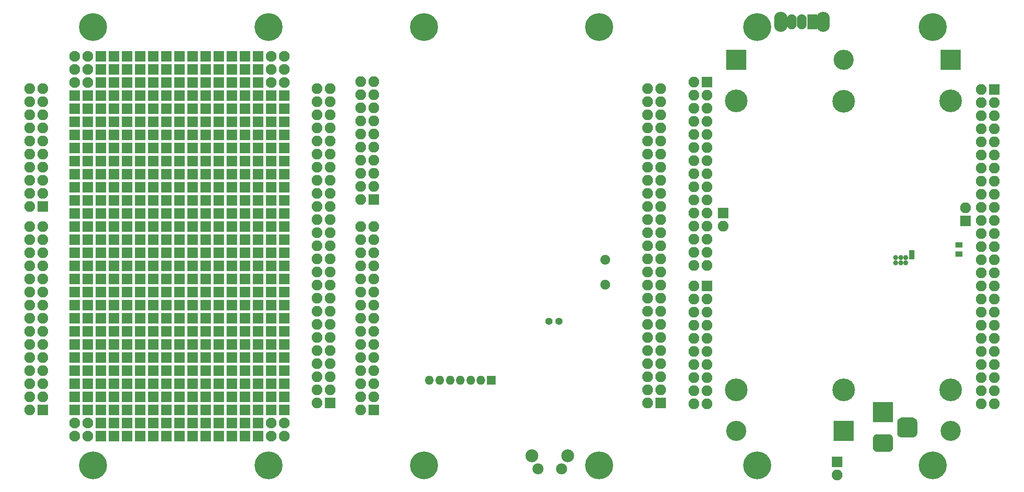
<source format=gbr>
%TF.GenerationSoftware,KiCad,Pcbnew,no-vcs-found-c6d0075~61~ubuntu17.10.1*%
%TF.CreationDate,2018-02-07T09:42:23+01:00*%
%TF.ProjectId,noname,6E6F6E616D652E6B696361645F706362,rev?*%
%TF.SameCoordinates,Original*%
%TF.FileFunction,Soldermask,Bot*%
%TF.FilePolarity,Negative*%
%FSLAX46Y46*%
G04 Gerber Fmt 4.6, Leading zero omitted, Abs format (unit mm)*
G04 Created by KiCad (PCBNEW no-vcs-found-c6d0075~61~ubuntu17.10.1) date Wed Feb  7 09:42:23 2018*
%MOMM*%
%LPD*%
G01*
G04 APERTURE LIST*
%ADD10R,1.050000X0.975000*%
%ADD11R,2.100000X2.100000*%
%ADD12O,2.100000X2.100000*%
%ADD13R,1.900000X2.900000*%
%ADD14O,1.900000X2.900000*%
%ADD15O,2.600000X3.900000*%
%ADD16C,4.400000*%
%ADD17R,3.900000X3.900000*%
%ADD18C,3.900000*%
%ADD19C,5.400000*%
%ADD20C,1.000000*%
%ADD21C,0.100000*%
%ADD22C,3.400000*%
%ADD23R,1.400000X1.070000*%
%ADD24O,1.750000X1.750000*%
%ADD25R,1.750000X1.750000*%
%ADD26C,2.500000*%
%ADD27C,2.150000*%
%ADD28C,1.400000*%
%ADD29C,1.900000*%
%ADD30C,2.100000*%
G04 APERTURE END LIST*
D10*
%TO.C,J11*%
X227253384Y-60258266D03*
X227253384Y-59483266D03*
%TD*%
D11*
%TO.C,J10*%
X190677384Y-51742766D03*
D12*
X190677384Y-54282766D03*
%TD*%
%TO.C,J9*%
X237667384Y-50726766D03*
D11*
X237667384Y-53266766D03*
%TD*%
%TO.C,J8*%
X212775384Y-100002766D03*
D12*
X212775384Y-102542766D03*
%TD*%
D13*
%TO.C,SW1*%
X207949384Y-14658766D03*
D14*
X205949384Y-14658766D03*
X203949384Y-14658766D03*
D15*
X210049384Y-14658766D03*
X201849384Y-14658766D03*
%TD*%
D16*
%TO.C,BT1*%
X193207142Y-86038622D03*
X193207142Y-30038622D03*
D17*
X193207142Y-22038622D03*
D18*
X193207142Y-94038622D03*
%TD*%
D19*
%TO.C,J7*%
X197281384Y-15674766D03*
X231281384Y-15674766D03*
X231281384Y-100674766D03*
X197281384Y-100674766D03*
D12*
X184991384Y-88734766D03*
X187531384Y-88734766D03*
X184991384Y-86194766D03*
X187531384Y-86194766D03*
X184991384Y-83654766D03*
X187531384Y-83654766D03*
X184991384Y-81114766D03*
X187531384Y-81114766D03*
X184991384Y-78574766D03*
X187531384Y-78574766D03*
X184991384Y-76034766D03*
X187531384Y-76034766D03*
X184991384Y-73494766D03*
X187531384Y-73494766D03*
X184991384Y-70954766D03*
X187531384Y-70954766D03*
X184991384Y-68414766D03*
X187531384Y-68414766D03*
X184991384Y-65874766D03*
D11*
X187531384Y-65874766D03*
D12*
X184991384Y-61934766D03*
X187531384Y-61934766D03*
X184991384Y-59394766D03*
X187531384Y-59394766D03*
X184991384Y-56854766D03*
X187531384Y-56854766D03*
X184991384Y-54314766D03*
X187531384Y-54314766D03*
X184991384Y-51774766D03*
X187531384Y-51774766D03*
X184991384Y-49234766D03*
X187531384Y-49234766D03*
X184991384Y-46694766D03*
X187531384Y-46694766D03*
X184991384Y-44154766D03*
X187531384Y-44154766D03*
X184991384Y-41614766D03*
X187531384Y-41614766D03*
X184991384Y-39074766D03*
X187531384Y-39074766D03*
X184991384Y-36534766D03*
X187531384Y-36534766D03*
X184991384Y-33994766D03*
X187531384Y-33994766D03*
X184991384Y-31454766D03*
X187531384Y-31454766D03*
X184991384Y-28914766D03*
X187531384Y-28914766D03*
X184991384Y-26374766D03*
D11*
X187531384Y-26374766D03*
D12*
X240691384Y-88734766D03*
X243231384Y-88734766D03*
X240691384Y-86194766D03*
X243231384Y-86194766D03*
X240691384Y-83654766D03*
X243231384Y-83654766D03*
X240691384Y-81114766D03*
X243231384Y-81114766D03*
X240691384Y-78574766D03*
X243231384Y-78574766D03*
X240691384Y-76034766D03*
X243231384Y-76034766D03*
X240691384Y-73494766D03*
X243231384Y-73494766D03*
X240691384Y-70954766D03*
X243231384Y-70954766D03*
X240691384Y-68414766D03*
X243231384Y-68414766D03*
X240691384Y-65874766D03*
X243231384Y-65874766D03*
X240691384Y-63334766D03*
X243231384Y-63334766D03*
X240691384Y-60794766D03*
X243231384Y-60794766D03*
X240691384Y-58254766D03*
X243231384Y-58254766D03*
X240691384Y-55714766D03*
X243231384Y-55714766D03*
X240691384Y-53174766D03*
X243231384Y-53174766D03*
X240691384Y-50634766D03*
X243231384Y-50634766D03*
X240691384Y-48094766D03*
X243231384Y-48094766D03*
X240691384Y-45554766D03*
X243231384Y-45554766D03*
X240691384Y-43014766D03*
X243231384Y-43014766D03*
X240691384Y-40474766D03*
X243231384Y-40474766D03*
X240691384Y-37934766D03*
X243231384Y-37934766D03*
X240691384Y-35394766D03*
X243231384Y-35394766D03*
X240691384Y-32854766D03*
X243231384Y-32854766D03*
X240691384Y-30314766D03*
X243231384Y-30314766D03*
X240691384Y-27774766D03*
D11*
X243231384Y-27774766D03*
%TD*%
D20*
%TO.C,U1*%
X224094384Y-61386766D03*
X225094384Y-61386766D03*
X226094384Y-61386766D03*
X226094384Y-60386766D03*
X225094384Y-60386766D03*
X224094384Y-60386766D03*
%TD*%
D16*
%TO.C,BT3*%
X234792143Y-86038622D03*
X234792143Y-30038622D03*
D17*
X234792143Y-22038622D03*
D18*
X234792143Y-94038622D03*
%TD*%
D16*
%TO.C,BT2*%
X214035142Y-30051621D03*
X214035142Y-86051621D03*
D17*
X214035142Y-94051621D03*
D18*
X214035142Y-22051621D03*
%TD*%
D17*
%TO.C,J1*%
X221665384Y-90350766D03*
D21*
G36*
X222848699Y-94654859D02*
X222931211Y-94667099D01*
X223012126Y-94687367D01*
X223090665Y-94715468D01*
X223166071Y-94751133D01*
X223237619Y-94794017D01*
X223304618Y-94843707D01*
X223366425Y-94899725D01*
X223422443Y-94961532D01*
X223472133Y-95028531D01*
X223515017Y-95100079D01*
X223550682Y-95175485D01*
X223578783Y-95254024D01*
X223599051Y-95334939D01*
X223611291Y-95417451D01*
X223615384Y-95500766D01*
X223615384Y-97200766D01*
X223611291Y-97284081D01*
X223599051Y-97366593D01*
X223578783Y-97447508D01*
X223550682Y-97526047D01*
X223515017Y-97601453D01*
X223472133Y-97673001D01*
X223422443Y-97740000D01*
X223366425Y-97801807D01*
X223304618Y-97857825D01*
X223237619Y-97907515D01*
X223166071Y-97950399D01*
X223090665Y-97986064D01*
X223012126Y-98014165D01*
X222931211Y-98034433D01*
X222848699Y-98046673D01*
X222765384Y-98050766D01*
X220565384Y-98050766D01*
X220482069Y-98046673D01*
X220399557Y-98034433D01*
X220318642Y-98014165D01*
X220240103Y-97986064D01*
X220164697Y-97950399D01*
X220093149Y-97907515D01*
X220026150Y-97857825D01*
X219964343Y-97801807D01*
X219908325Y-97740000D01*
X219858635Y-97673001D01*
X219815751Y-97601453D01*
X219780086Y-97526047D01*
X219751985Y-97447508D01*
X219731717Y-97366593D01*
X219719477Y-97284081D01*
X219715384Y-97200766D01*
X219715384Y-95500766D01*
X219719477Y-95417451D01*
X219731717Y-95334939D01*
X219751985Y-95254024D01*
X219780086Y-95175485D01*
X219815751Y-95100079D01*
X219858635Y-95028531D01*
X219908325Y-94961532D01*
X219964343Y-94899725D01*
X220026150Y-94843707D01*
X220093149Y-94794017D01*
X220164697Y-94751133D01*
X220240103Y-94715468D01*
X220318642Y-94687367D01*
X220399557Y-94667099D01*
X220482069Y-94654859D01*
X220565384Y-94650766D01*
X222765384Y-94650766D01*
X222848699Y-94654859D01*
X222848699Y-94654859D01*
G37*
D22*
X221665384Y-96350766D03*
D21*
G36*
X227435951Y-91405461D02*
X227530597Y-91419500D01*
X227623412Y-91442749D01*
X227713500Y-91474983D01*
X227799996Y-91515893D01*
X227882065Y-91565083D01*
X227958917Y-91622081D01*
X228029813Y-91686337D01*
X228094069Y-91757233D01*
X228151067Y-91834085D01*
X228200257Y-91916154D01*
X228241167Y-92002650D01*
X228273401Y-92092738D01*
X228296650Y-92185553D01*
X228310689Y-92280199D01*
X228315384Y-92375766D01*
X228315384Y-94325766D01*
X228310689Y-94421333D01*
X228296650Y-94515979D01*
X228273401Y-94608794D01*
X228241167Y-94698882D01*
X228200257Y-94785378D01*
X228151067Y-94867447D01*
X228094069Y-94944299D01*
X228029813Y-95015195D01*
X227958917Y-95079451D01*
X227882065Y-95136449D01*
X227799996Y-95185639D01*
X227713500Y-95226549D01*
X227623412Y-95258783D01*
X227530597Y-95282032D01*
X227435951Y-95296071D01*
X227340384Y-95300766D01*
X225390384Y-95300766D01*
X225294817Y-95296071D01*
X225200171Y-95282032D01*
X225107356Y-95258783D01*
X225017268Y-95226549D01*
X224930772Y-95185639D01*
X224848703Y-95136449D01*
X224771851Y-95079451D01*
X224700955Y-95015195D01*
X224636699Y-94944299D01*
X224579701Y-94867447D01*
X224530511Y-94785378D01*
X224489601Y-94698882D01*
X224457367Y-94608794D01*
X224434118Y-94515979D01*
X224420079Y-94421333D01*
X224415384Y-94325766D01*
X224415384Y-92375766D01*
X224420079Y-92280199D01*
X224434118Y-92185553D01*
X224457367Y-92092738D01*
X224489601Y-92002650D01*
X224530511Y-91916154D01*
X224579701Y-91834085D01*
X224636699Y-91757233D01*
X224700955Y-91686337D01*
X224771851Y-91622081D01*
X224848703Y-91565083D01*
X224930772Y-91515893D01*
X225017268Y-91474983D01*
X225107356Y-91442749D01*
X225200171Y-91419500D01*
X225294817Y-91405461D01*
X225390384Y-91400766D01*
X227340384Y-91400766D01*
X227435951Y-91405461D01*
X227435951Y-91405461D01*
G37*
D18*
X226365384Y-93350766D03*
%TD*%
D23*
%TO.C,TH1*%
X236397384Y-59729766D03*
X236397384Y-57979766D03*
%TD*%
D11*
%TO.C,J2*%
X178608384Y-88573234D03*
D12*
X176068384Y-88573234D03*
X178608384Y-86033234D03*
X176068384Y-86033234D03*
X178608384Y-83493234D03*
X176068384Y-83493234D03*
X178608384Y-80953234D03*
X176068384Y-80953234D03*
X178608384Y-78413234D03*
X176068384Y-78413234D03*
X178608384Y-75873234D03*
X176068384Y-75873234D03*
X178608384Y-73333234D03*
X176068384Y-73333234D03*
X178608384Y-70793234D03*
X176068384Y-70793234D03*
X178608384Y-68253234D03*
X176068384Y-68253234D03*
X178608384Y-65713234D03*
X176068384Y-65713234D03*
X178608384Y-63173234D03*
X176068384Y-63173234D03*
X178608384Y-60633234D03*
X176068384Y-60633234D03*
X178608384Y-58093234D03*
X176068384Y-58093234D03*
X178608384Y-55553234D03*
X176068384Y-55553234D03*
X178608384Y-53013234D03*
X176068384Y-53013234D03*
X178608384Y-50473234D03*
X176068384Y-50473234D03*
X178608384Y-47933234D03*
X176068384Y-47933234D03*
X178608384Y-45393234D03*
X176068384Y-45393234D03*
X178608384Y-42853234D03*
X176068384Y-42853234D03*
X178608384Y-40313234D03*
X176068384Y-40313234D03*
X178608384Y-37773234D03*
X176068384Y-37773234D03*
X178608384Y-35233234D03*
X176068384Y-35233234D03*
X178608384Y-32693234D03*
X176068384Y-32693234D03*
X178608384Y-30153234D03*
X176068384Y-30153234D03*
X178608384Y-27613234D03*
X176068384Y-27613234D03*
D11*
X122908384Y-89973234D03*
D12*
X120368384Y-89973234D03*
X122908384Y-87433234D03*
X120368384Y-87433234D03*
X122908384Y-84893234D03*
X120368384Y-84893234D03*
X122908384Y-82353234D03*
X120368384Y-82353234D03*
X122908384Y-79813234D03*
X120368384Y-79813234D03*
X122908384Y-77273234D03*
X120368384Y-77273234D03*
X122908384Y-74733234D03*
X120368384Y-74733234D03*
X122908384Y-72193234D03*
X120368384Y-72193234D03*
X122908384Y-69653234D03*
X120368384Y-69653234D03*
X122908384Y-67113234D03*
X120368384Y-67113234D03*
X122908384Y-64573234D03*
X120368384Y-64573234D03*
X122908384Y-62033234D03*
X120368384Y-62033234D03*
X122908384Y-59493234D03*
X120368384Y-59493234D03*
X122908384Y-56953234D03*
X120368384Y-56953234D03*
X122908384Y-54413234D03*
X120368384Y-54413234D03*
D11*
X122932923Y-49173009D03*
D12*
X120392923Y-49173009D03*
X122932923Y-46633009D03*
X120392923Y-46633009D03*
X122932923Y-44093009D03*
X120392923Y-44093009D03*
X122932923Y-41553009D03*
X120392923Y-41553009D03*
X122932923Y-39013009D03*
X120392923Y-39013009D03*
X122932923Y-36473009D03*
X120392923Y-36473009D03*
X122932923Y-33933009D03*
X120392923Y-33933009D03*
X122932923Y-31393009D03*
X120392923Y-31393009D03*
X122932923Y-28853009D03*
X120392923Y-28853009D03*
X122932923Y-26313009D03*
X120392923Y-26313009D03*
D19*
X132658384Y-15673234D03*
X166658384Y-15673234D03*
X166658384Y-100673234D03*
X132658384Y-100673234D03*
%TD*%
D24*
%TO.C,J1*%
X133725384Y-84208234D03*
X135725384Y-84208234D03*
X137725384Y-84208234D03*
X139725384Y-84208234D03*
X141725384Y-84208234D03*
X143725384Y-84208234D03*
D25*
X145725384Y-84208234D03*
%TD*%
D26*
%TO.C,SW1*%
X153554384Y-98863234D03*
D27*
X154814384Y-101353234D03*
X159314384Y-101353234D03*
D26*
X160564384Y-98863234D03*
%TD*%
D28*
%TO.C,Y1*%
X158801384Y-72778234D03*
X156901384Y-72778234D03*
%TD*%
D29*
%TO.C,Y2*%
X167823384Y-60786234D03*
X167823384Y-65666234D03*
%TD*%
D11*
%TO.C,J2*%
X92905384Y-23880234D03*
%TD*%
%TO.C,J101*%
X67505384Y-28960234D03*
%TD*%
%TO.C,J100*%
X67505384Y-31500234D03*
%TD*%
%TO.C,J99*%
X67505384Y-34040234D03*
%TD*%
%TO.C,J98*%
X67505384Y-36580234D03*
%TD*%
%TO.C,J97*%
X67505384Y-39120234D03*
%TD*%
%TO.C,J96*%
X67505384Y-41660234D03*
%TD*%
%TO.C,J95*%
X67505384Y-44200234D03*
%TD*%
%TO.C,J94*%
X67505384Y-46740234D03*
%TD*%
%TO.C,J93*%
X67505384Y-49280234D03*
%TD*%
%TO.C,J92*%
X67505384Y-51820234D03*
%TD*%
%TO.C,J91*%
X67505384Y-54360234D03*
%TD*%
%TO.C,J90*%
X67505384Y-56951615D03*
%TD*%
%TO.C,J89*%
X67505384Y-59440234D03*
%TD*%
%TO.C,J88*%
X67505384Y-61980234D03*
%TD*%
%TO.C,J87*%
X67505384Y-64520234D03*
%TD*%
%TO.C,J86*%
X67505384Y-67060234D03*
%TD*%
%TO.C,J85*%
X67505384Y-69600234D03*
%TD*%
%TO.C,J84*%
X67505384Y-72140234D03*
%TD*%
%TO.C,J83*%
X67505384Y-74680234D03*
%TD*%
%TO.C,J82*%
X67505384Y-77220234D03*
%TD*%
%TO.C,J79*%
X67505384Y-84840234D03*
%TD*%
%TO.C,J78*%
X67505384Y-87380234D03*
%TD*%
%TO.C,J77*%
X67505384Y-89920234D03*
%TD*%
%TO.C,J81*%
X67505384Y-79760234D03*
%TD*%
%TO.C,J80*%
X67505384Y-82300234D03*
%TD*%
%TO.C,J67*%
X64965384Y-77220234D03*
%TD*%
%TO.C,J76*%
X64965384Y-54360234D03*
%TD*%
%TO.C,J75*%
X64965384Y-56900234D03*
%TD*%
%TO.C,J74*%
X64965384Y-59440234D03*
%TD*%
%TO.C,J73*%
X64965384Y-61980234D03*
%TD*%
%TO.C,J72*%
X64965384Y-64520234D03*
%TD*%
%TO.C,J71*%
X64965384Y-67060234D03*
%TD*%
%TO.C,J70*%
X64965384Y-69600234D03*
%TD*%
%TO.C,J60*%
X64965384Y-34040234D03*
%TD*%
%TO.C,J68*%
X64965384Y-74680234D03*
%TD*%
%TO.C,J39*%
X105605384Y-61980234D03*
%TD*%
%TO.C,J66*%
X64965384Y-79760234D03*
%TD*%
%TO.C,J65*%
X64965384Y-82300234D03*
%TD*%
%TO.C,J64*%
X64965384Y-84840234D03*
%TD*%
%TO.C,J63*%
X64965384Y-87380234D03*
%TD*%
%TO.C,J62*%
X64965384Y-28960234D03*
%TD*%
%TO.C,J61*%
X64965384Y-31500234D03*
%TD*%
%TO.C,J69*%
X64965384Y-72140234D03*
%TD*%
%TO.C,J57*%
X64965384Y-41660234D03*
%TD*%
%TO.C,J58*%
X64965384Y-39120234D03*
%TD*%
%TO.C,J56*%
X64965384Y-44200234D03*
%TD*%
%TO.C,J55*%
X64965384Y-46740234D03*
%TD*%
%TO.C,J54*%
X64965384Y-49280234D03*
%TD*%
%TO.C,J53*%
X64965384Y-51820234D03*
%TD*%
%TO.C,J52*%
X105605384Y-28960234D03*
%TD*%
%TO.C,J51*%
X105605384Y-31500234D03*
%TD*%
%TO.C,J40*%
X105605384Y-59440234D03*
%TD*%
%TO.C,J49*%
X105605384Y-36580234D03*
%TD*%
%TO.C,J48*%
X105605384Y-39120234D03*
%TD*%
%TO.C,J47*%
X105605384Y-41660234D03*
%TD*%
%TO.C,J46*%
X105605384Y-44200234D03*
%TD*%
%TO.C,J45*%
X105605384Y-46740234D03*
%TD*%
%TO.C,J44*%
X105605384Y-49280234D03*
%TD*%
%TO.C,J43*%
X105605384Y-51820234D03*
%TD*%
%TO.C,J42*%
X105605384Y-54360234D03*
%TD*%
%TO.C,J41*%
X105605384Y-56900234D03*
%TD*%
%TO.C,J50*%
X105605384Y-34040234D03*
%TD*%
%TO.C,J29*%
X105605384Y-87380234D03*
%TD*%
%TO.C,J37*%
X105605384Y-67060234D03*
%TD*%
%TO.C,J36*%
X105605384Y-69600234D03*
%TD*%
%TO.C,J35*%
X105605384Y-72140234D03*
%TD*%
%TO.C,J34*%
X105605384Y-74680234D03*
%TD*%
%TO.C,J33*%
X105605384Y-77220234D03*
%TD*%
%TO.C,J32*%
X105605384Y-79760234D03*
%TD*%
%TO.C,J31*%
X105605384Y-82300234D03*
%TD*%
%TO.C,J59*%
X64965384Y-36580234D03*
%TD*%
%TO.C,J38*%
X105605384Y-64520234D03*
%TD*%
%TO.C,J28*%
X105605384Y-89920234D03*
%TD*%
%TO.C,J27*%
X103065384Y-28960234D03*
%TD*%
%TO.C,J26*%
X103065384Y-31500234D03*
%TD*%
%TO.C,J25*%
X103065384Y-34040234D03*
%TD*%
%TO.C,J24*%
X103065384Y-36580234D03*
%TD*%
%TO.C,J23*%
X103065384Y-39120234D03*
%TD*%
%TO.C,J22*%
X103065384Y-41660234D03*
%TD*%
%TO.C,J21*%
X103065384Y-44200234D03*
%TD*%
%TO.C,J30*%
X105605384Y-84840234D03*
%TD*%
%TO.C,J10*%
X103065384Y-72140234D03*
%TD*%
%TO.C,J19*%
X103065384Y-49280234D03*
%TD*%
%TO.C,J18*%
X103065384Y-51820234D03*
%TD*%
%TO.C,J17*%
X103065384Y-54360234D03*
%TD*%
%TO.C,J16*%
X103065384Y-56900234D03*
%TD*%
%TO.C,J15*%
X103065384Y-59440234D03*
%TD*%
%TO.C,J14*%
X103065384Y-61980234D03*
%TD*%
%TO.C,J13*%
X103065384Y-64520234D03*
%TD*%
%TO.C,J12*%
X103065384Y-67060234D03*
%TD*%
%TO.C,J11*%
X103065384Y-69600234D03*
%TD*%
%TO.C,J20*%
X103065384Y-46740234D03*
%TD*%
%TO.C,J9*%
X103065384Y-74680234D03*
%TD*%
%TO.C,J8*%
X103065384Y-77220234D03*
%TD*%
%TO.C,J7*%
X103065384Y-79760234D03*
%TD*%
%TO.C,J6*%
X103065384Y-82300234D03*
%TD*%
%TO.C,J5*%
X103065384Y-84840234D03*
%TD*%
%TO.C,J4*%
X103065384Y-87380234D03*
%TD*%
%TO.C,J3*%
X103065384Y-89920234D03*
%TD*%
%TO.C,J1*%
X114485384Y-88570234D03*
D12*
X111945384Y-88570234D03*
X114485384Y-86030234D03*
X111945384Y-86030234D03*
X114485384Y-83490234D03*
X111945384Y-83490234D03*
X114485384Y-80950234D03*
X111945384Y-80950234D03*
X114485384Y-78410234D03*
X111945384Y-78410234D03*
X114485384Y-75870234D03*
X111945384Y-75870234D03*
X114485384Y-73330234D03*
X111945384Y-73330234D03*
X114485384Y-70790234D03*
X111945384Y-70790234D03*
X114485384Y-68250234D03*
X111945384Y-68250234D03*
X114485384Y-65710234D03*
X111945384Y-65710234D03*
X114485384Y-63170234D03*
X111945384Y-63170234D03*
X114485384Y-60630234D03*
X111945384Y-60630234D03*
X114485384Y-58090234D03*
X111945384Y-58090234D03*
X114485384Y-55550234D03*
X111945384Y-55550234D03*
X114485384Y-53010234D03*
X111945384Y-53010234D03*
X114485384Y-50470234D03*
X111945384Y-50470234D03*
X114485384Y-47930234D03*
X111945384Y-47930234D03*
X114485384Y-45390234D03*
X111945384Y-45390234D03*
X114485384Y-42850234D03*
X111945384Y-42850234D03*
X114485384Y-40310234D03*
X111945384Y-40310234D03*
X114485384Y-37770234D03*
X111945384Y-37770234D03*
X114485384Y-35230234D03*
X111945384Y-35230234D03*
X114485384Y-32690234D03*
X111945384Y-32690234D03*
X114485384Y-30150234D03*
X111945384Y-30150234D03*
X114485384Y-27610234D03*
X111945384Y-27610234D03*
D11*
X58785384Y-89970234D03*
D12*
X56245384Y-89970234D03*
X58785384Y-87430234D03*
X56245384Y-87430234D03*
X58785384Y-84890234D03*
X56245384Y-84890234D03*
X58785384Y-82350234D03*
X56245384Y-82350234D03*
X58785384Y-79810234D03*
X56245384Y-79810234D03*
X58785384Y-77270234D03*
X56245384Y-77270234D03*
X58785384Y-74730234D03*
X56245384Y-74730234D03*
X58785384Y-72190234D03*
X56245384Y-72190234D03*
X58785384Y-69650234D03*
X56245384Y-69650234D03*
X58785384Y-67110234D03*
X56245384Y-67110234D03*
X58785384Y-64570234D03*
X56245384Y-64570234D03*
X58785384Y-62030234D03*
X56245384Y-62030234D03*
X58785384Y-59490234D03*
X56245384Y-59490234D03*
X58785384Y-56950234D03*
X56245384Y-56950234D03*
X58785384Y-54410234D03*
X56245384Y-54410234D03*
D11*
X58785384Y-50470234D03*
D12*
X56245384Y-50470234D03*
X58785384Y-47930234D03*
X56245384Y-47930234D03*
X58785384Y-45390234D03*
X56245384Y-45390234D03*
X58785384Y-42850234D03*
X56245384Y-42850234D03*
X58785384Y-40310234D03*
X56245384Y-40310234D03*
X58785384Y-37770234D03*
X56245384Y-37770234D03*
X58785384Y-35230234D03*
X56245384Y-35230234D03*
X58785384Y-32690234D03*
X56245384Y-32690234D03*
X58785384Y-30150234D03*
X56245384Y-30150234D03*
X58785384Y-27610234D03*
X56245384Y-27610234D03*
D19*
X68535384Y-15670234D03*
X102535384Y-15670234D03*
X102535384Y-100670234D03*
X68535384Y-100670234D03*
%TD*%
D11*
%TO.C,J2*%
X64965384Y-89920234D03*
%TD*%
%TO.C,J2*%
X72585384Y-23880234D03*
%TD*%
%TO.C,J2*%
X70045384Y-23880234D03*
%TD*%
%TO.C,J2*%
X97985384Y-21340234D03*
%TD*%
%TO.C,J2*%
X80205384Y-23880234D03*
%TD*%
%TO.C,J2*%
X80205384Y-21340234D03*
%TD*%
%TO.C,J2*%
X75125384Y-21340234D03*
%TD*%
%TO.C,J2*%
X75125384Y-23880234D03*
%TD*%
D30*
%TO.C,J2*%
X64965384Y-21340234D03*
%TD*%
%TO.C,J2*%
X67505384Y-21340234D03*
%TD*%
D11*
%TO.C,J2*%
X100525384Y-23880234D03*
%TD*%
%TO.C,J2*%
X77665384Y-23880234D03*
%TD*%
D30*
%TO.C,J2*%
X64965384Y-23880234D03*
%TD*%
%TO.C,J2*%
X103065384Y-21340234D03*
%TD*%
D11*
%TO.C,J2*%
X87825384Y-21340234D03*
%TD*%
D30*
%TO.C,J2*%
X103065384Y-23880234D03*
%TD*%
D11*
%TO.C,J2*%
X97985384Y-23880234D03*
%TD*%
%TO.C,J2*%
X92905384Y-21340234D03*
%TD*%
%TO.C,J2*%
X72585384Y-21340234D03*
%TD*%
D30*
%TO.C,J2*%
X67505384Y-23880234D03*
%TD*%
%TO.C,J2*%
X105605384Y-23880234D03*
%TD*%
%TO.C,J2*%
X105605384Y-21340234D03*
%TD*%
D11*
%TO.C,J2*%
X90365384Y-21340234D03*
%TD*%
%TO.C,J2*%
X82745384Y-21340234D03*
%TD*%
%TO.C,J2*%
X95445384Y-23880234D03*
%TD*%
%TO.C,J2*%
X82745384Y-23880234D03*
%TD*%
%TO.C,J2*%
X70045384Y-21340234D03*
%TD*%
%TO.C,J2*%
X95445384Y-21340234D03*
%TD*%
%TO.C,J2*%
X87825384Y-23880234D03*
%TD*%
%TO.C,J2*%
X85285384Y-23880234D03*
%TD*%
%TO.C,J2*%
X90365384Y-23880234D03*
%TD*%
%TO.C,J2*%
X77665384Y-21340234D03*
%TD*%
%TO.C,J2*%
X100525384Y-21340234D03*
%TD*%
%TO.C,J2*%
X85285384Y-21340234D03*
%TD*%
%TO.C,J2*%
X87825384Y-41660234D03*
%TD*%
%TO.C,J2*%
X87825384Y-44200234D03*
%TD*%
%TO.C,J2*%
X92905384Y-26420234D03*
%TD*%
%TO.C,J2*%
X100525384Y-34040234D03*
%TD*%
%TO.C,J2*%
X70045384Y-44200234D03*
%TD*%
%TO.C,J2*%
X72585384Y-26420234D03*
%TD*%
%TO.C,J2*%
X80205384Y-44200234D03*
%TD*%
%TO.C,J2*%
X82745384Y-36580234D03*
%TD*%
%TO.C,J2*%
X85285384Y-34040234D03*
%TD*%
D30*
%TO.C,J2*%
X105605384Y-26420234D03*
%TD*%
D11*
%TO.C,J2*%
X90365384Y-26420234D03*
%TD*%
%TO.C,J2*%
X95445384Y-41660234D03*
%TD*%
%TO.C,J2*%
X82745384Y-26420234D03*
%TD*%
%TO.C,J2*%
X85285384Y-39120234D03*
%TD*%
%TO.C,J2*%
X95445384Y-28960234D03*
%TD*%
%TO.C,J2*%
X82745384Y-28960234D03*
%TD*%
%TO.C,J2*%
X85285384Y-44200234D03*
%TD*%
%TO.C,J2*%
X70045384Y-26420234D03*
%TD*%
%TO.C,J2*%
X77665384Y-36580234D03*
%TD*%
%TO.C,J2*%
X75125384Y-36580234D03*
%TD*%
%TO.C,J2*%
X95445384Y-26420234D03*
%TD*%
%TO.C,J2*%
X87825384Y-28960234D03*
%TD*%
%TO.C,J2*%
X85285384Y-28960234D03*
%TD*%
%TO.C,J2*%
X82745384Y-44200234D03*
%TD*%
%TO.C,J2*%
X90365384Y-28960234D03*
%TD*%
%TO.C,J2*%
X100525384Y-41660234D03*
%TD*%
%TO.C,J2*%
X97985384Y-31500234D03*
%TD*%
%TO.C,J2*%
X97985384Y-39120234D03*
%TD*%
%TO.C,J2*%
X70045384Y-34040234D03*
%TD*%
%TO.C,J2*%
X77665384Y-26420234D03*
%TD*%
%TO.C,J2*%
X75125384Y-44200234D03*
%TD*%
%TO.C,J2*%
X87825384Y-36580234D03*
%TD*%
%TO.C,J2*%
X95445384Y-39120234D03*
%TD*%
%TO.C,J2*%
X100525384Y-26420234D03*
%TD*%
%TO.C,J2*%
X85285384Y-26420234D03*
%TD*%
%TO.C,J2*%
X80205384Y-31500234D03*
%TD*%
%TO.C,J2*%
X72585384Y-36580234D03*
%TD*%
%TO.C,J2*%
X80205384Y-41660234D03*
%TD*%
%TO.C,J2*%
X70045384Y-31500234D03*
%TD*%
%TO.C,J2*%
X90365384Y-31500234D03*
%TD*%
%TO.C,J2*%
X80205384Y-39120234D03*
%TD*%
%TO.C,J2*%
X72585384Y-44200234D03*
%TD*%
%TO.C,J2*%
X75125384Y-41660234D03*
%TD*%
%TO.C,J2*%
X80205384Y-26420234D03*
%TD*%
%TO.C,J2*%
X95445384Y-44200234D03*
%TD*%
%TO.C,J2*%
X87825384Y-31500234D03*
%TD*%
%TO.C,J2*%
X92905384Y-31500234D03*
%TD*%
%TO.C,J2*%
X70045384Y-39120234D03*
%TD*%
%TO.C,J2*%
X85285384Y-36580234D03*
%TD*%
%TO.C,J2*%
X95445384Y-34040234D03*
%TD*%
%TO.C,J2*%
X90365384Y-41660234D03*
%TD*%
%TO.C,J2*%
X72585384Y-28960234D03*
%TD*%
%TO.C,J2*%
X87825384Y-39120234D03*
%TD*%
%TO.C,J2*%
X90365384Y-34040234D03*
%TD*%
%TO.C,J2*%
X77665384Y-28960234D03*
%TD*%
%TO.C,J2*%
X92905384Y-39120234D03*
%TD*%
%TO.C,J2*%
X82745384Y-39120234D03*
%TD*%
%TO.C,J2*%
X82745384Y-31500234D03*
%TD*%
%TO.C,J2*%
X97985384Y-28960234D03*
%TD*%
%TO.C,J2*%
X75125384Y-39120234D03*
%TD*%
%TO.C,J2*%
X82745384Y-41660234D03*
%TD*%
D30*
%TO.C,J2*%
X64965384Y-26420234D03*
%TD*%
D11*
%TO.C,J2*%
X72585384Y-34040234D03*
%TD*%
%TO.C,J2*%
X70045384Y-28960234D03*
%TD*%
%TO.C,J2*%
X75125384Y-34040234D03*
%TD*%
D30*
%TO.C,J2*%
X67505384Y-26420234D03*
%TD*%
D11*
%TO.C,J2*%
X80205384Y-36580234D03*
%TD*%
%TO.C,J2*%
X82745384Y-34040234D03*
%TD*%
%TO.C,J2*%
X72585384Y-41660234D03*
%TD*%
%TO.C,J2*%
X100525384Y-44200234D03*
%TD*%
%TO.C,J2*%
X87825384Y-34040234D03*
%TD*%
%TO.C,J2*%
X100525384Y-31500234D03*
%TD*%
%TO.C,J2*%
X97985384Y-26420234D03*
%TD*%
%TO.C,J2*%
X100525384Y-28960234D03*
%TD*%
D30*
%TO.C,J2*%
X103065384Y-26420234D03*
%TD*%
D11*
%TO.C,J2*%
X90365384Y-44200234D03*
%TD*%
%TO.C,J2*%
X70045384Y-36580234D03*
%TD*%
%TO.C,J2*%
X77665384Y-34040234D03*
%TD*%
%TO.C,J2*%
X72585384Y-39120234D03*
%TD*%
%TO.C,J2*%
X85285384Y-31500234D03*
%TD*%
%TO.C,J2*%
X70045384Y-41660234D03*
%TD*%
%TO.C,J2*%
X80205384Y-34040234D03*
%TD*%
%TO.C,J2*%
X77665384Y-31500234D03*
%TD*%
%TO.C,J2*%
X75125384Y-31500234D03*
%TD*%
%TO.C,J2*%
X80205384Y-28960234D03*
%TD*%
%TO.C,J2*%
X75125384Y-28960234D03*
%TD*%
%TO.C,J2*%
X90365384Y-39120234D03*
%TD*%
%TO.C,J2*%
X92905384Y-28960234D03*
%TD*%
%TO.C,J2*%
X77665384Y-44200234D03*
%TD*%
%TO.C,J2*%
X77665384Y-41660234D03*
%TD*%
%TO.C,J2*%
X77665384Y-39120234D03*
%TD*%
%TO.C,J2*%
X75125384Y-26420234D03*
%TD*%
%TO.C,J2*%
X97985384Y-44200234D03*
%TD*%
%TO.C,J2*%
X92905384Y-44200234D03*
%TD*%
%TO.C,J2*%
X92905384Y-36580234D03*
%TD*%
%TO.C,J2*%
X92905384Y-41660234D03*
%TD*%
%TO.C,J2*%
X85285384Y-41660234D03*
%TD*%
%TO.C,J2*%
X100525384Y-36580234D03*
%TD*%
%TO.C,J2*%
X87825384Y-26420234D03*
%TD*%
%TO.C,J2*%
X92905384Y-34040234D03*
%TD*%
%TO.C,J2*%
X90365384Y-36580234D03*
%TD*%
%TO.C,J2*%
X97985384Y-36580234D03*
%TD*%
%TO.C,J2*%
X95445384Y-36580234D03*
%TD*%
%TO.C,J2*%
X95445384Y-31500234D03*
%TD*%
%TO.C,J2*%
X97985384Y-34040234D03*
%TD*%
%TO.C,J2*%
X100525384Y-39120234D03*
%TD*%
%TO.C,J2*%
X97985384Y-41660234D03*
%TD*%
%TO.C,J2*%
X72585384Y-31500234D03*
%TD*%
%TO.C,J2*%
X72585384Y-46740234D03*
%TD*%
%TO.C,J2*%
X87825384Y-46740234D03*
%TD*%
%TO.C,J2*%
X92905384Y-54360234D03*
%TD*%
%TO.C,J2*%
X90365384Y-56900234D03*
%TD*%
%TO.C,J2*%
X97985384Y-56900234D03*
%TD*%
%TO.C,J2*%
X95445384Y-56900234D03*
%TD*%
%TO.C,J2*%
X87825384Y-69600234D03*
%TD*%
%TO.C,J2*%
X95445384Y-51820234D03*
%TD*%
%TO.C,J2*%
X97985384Y-54360234D03*
%TD*%
%TO.C,J2*%
X100525384Y-59440234D03*
%TD*%
%TO.C,J2*%
X97985384Y-61980234D03*
%TD*%
%TO.C,J2*%
X72585384Y-51820234D03*
%TD*%
%TO.C,J2*%
X95445384Y-64520234D03*
%TD*%
%TO.C,J2*%
X82745384Y-69600234D03*
%TD*%
%TO.C,J2*%
X87825384Y-51820234D03*
%TD*%
%TO.C,J2*%
X92905384Y-51820234D03*
%TD*%
%TO.C,J2*%
X70045384Y-59440234D03*
%TD*%
%TO.C,J2*%
X92905384Y-67060234D03*
%TD*%
%TO.C,J2*%
X85285384Y-56900234D03*
%TD*%
%TO.C,J2*%
X95445384Y-54360234D03*
%TD*%
%TO.C,J2*%
X100525384Y-69600234D03*
%TD*%
%TO.C,J2*%
X90365384Y-61980234D03*
%TD*%
%TO.C,J2*%
X72585384Y-49280234D03*
%TD*%
%TO.C,J2*%
X75125384Y-46740234D03*
%TD*%
%TO.C,J2*%
X97985384Y-64520234D03*
%TD*%
%TO.C,J2*%
X92905384Y-64520234D03*
%TD*%
%TO.C,J2*%
X92905384Y-56900234D03*
%TD*%
%TO.C,J2*%
X92905384Y-61980234D03*
%TD*%
%TO.C,J2*%
X87825384Y-67060234D03*
%TD*%
%TO.C,J2*%
X85285384Y-61980234D03*
%TD*%
%TO.C,J2*%
X100525384Y-56900234D03*
%TD*%
%TO.C,J2*%
X97985384Y-67060234D03*
%TD*%
%TO.C,J2*%
X85285384Y-54360234D03*
%TD*%
%TO.C,J2*%
X82745384Y-67060234D03*
%TD*%
%TO.C,J2*%
X90365384Y-46740234D03*
%TD*%
%TO.C,J2*%
X95445384Y-61980234D03*
%TD*%
%TO.C,J2*%
X82745384Y-46740234D03*
%TD*%
%TO.C,J2*%
X85285384Y-59440234D03*
%TD*%
%TO.C,J2*%
X95445384Y-49280234D03*
%TD*%
%TO.C,J2*%
X92905384Y-69600234D03*
%TD*%
%TO.C,J2*%
X87825384Y-56900234D03*
%TD*%
%TO.C,J2*%
X85285384Y-69600234D03*
%TD*%
%TO.C,J2*%
X95445384Y-59440234D03*
%TD*%
%TO.C,J2*%
X100525384Y-46740234D03*
%TD*%
%TO.C,J2*%
X97985384Y-69600234D03*
%TD*%
%TO.C,J2*%
X75125384Y-69600234D03*
%TD*%
%TO.C,J2*%
X85285384Y-67060234D03*
%TD*%
%TO.C,J2*%
X85285384Y-46740234D03*
%TD*%
%TO.C,J2*%
X80205384Y-51820234D03*
%TD*%
%TO.C,J2*%
X72585384Y-56900234D03*
%TD*%
%TO.C,J2*%
X90365384Y-69600234D03*
%TD*%
%TO.C,J2*%
X82745384Y-54360234D03*
%TD*%
%TO.C,J2*%
X72585384Y-61980234D03*
%TD*%
%TO.C,J2*%
X100525384Y-64520234D03*
%TD*%
%TO.C,J2*%
X87825384Y-54360234D03*
%TD*%
%TO.C,J2*%
X95445384Y-69600234D03*
%TD*%
%TO.C,J2*%
X100525384Y-51820234D03*
%TD*%
%TO.C,J2*%
X97985384Y-46740234D03*
%TD*%
%TO.C,J2*%
X100525384Y-49280234D03*
%TD*%
%TO.C,J2*%
X95445384Y-46740234D03*
%TD*%
%TO.C,J2*%
X87825384Y-49280234D03*
%TD*%
%TO.C,J2*%
X85285384Y-49280234D03*
%TD*%
%TO.C,J2*%
X82745384Y-64520234D03*
%TD*%
%TO.C,J2*%
X90365384Y-49280234D03*
%TD*%
%TO.C,J2*%
X100525384Y-61980234D03*
%TD*%
%TO.C,J2*%
X97985384Y-51820234D03*
%TD*%
%TO.C,J2*%
X97985384Y-59440234D03*
%TD*%
%TO.C,J2*%
X70045384Y-54360234D03*
%TD*%
%TO.C,J2*%
X70045384Y-69600234D03*
%TD*%
%TO.C,J2*%
X87825384Y-59440234D03*
%TD*%
%TO.C,J2*%
X90365384Y-54360234D03*
%TD*%
%TO.C,J2*%
X77665384Y-49280234D03*
%TD*%
%TO.C,J2*%
X92905384Y-59440234D03*
%TD*%
%TO.C,J2*%
X82745384Y-59440234D03*
%TD*%
%TO.C,J2*%
X82745384Y-51820234D03*
%TD*%
%TO.C,J2*%
X97985384Y-49280234D03*
%TD*%
%TO.C,J2*%
X75125384Y-59440234D03*
%TD*%
%TO.C,J2*%
X100525384Y-67060234D03*
%TD*%
%TO.C,J2*%
X82745384Y-61980234D03*
%TD*%
%TO.C,J2*%
X87825384Y-61980234D03*
%TD*%
%TO.C,J2*%
X87825384Y-64520234D03*
%TD*%
%TO.C,J2*%
X92905384Y-46740234D03*
%TD*%
%TO.C,J2*%
X95445384Y-67060234D03*
%TD*%
%TO.C,J2*%
X100525384Y-54360234D03*
%TD*%
%TO.C,J2*%
X70045384Y-64520234D03*
%TD*%
%TO.C,J2*%
X82745384Y-49280234D03*
%TD*%
%TO.C,J2*%
X85285384Y-64520234D03*
%TD*%
%TO.C,J2*%
X70045384Y-46740234D03*
%TD*%
%TO.C,J2*%
X77665384Y-56900234D03*
%TD*%
%TO.C,J2*%
X75125384Y-56900234D03*
%TD*%
%TO.C,J2*%
X80205384Y-46740234D03*
%TD*%
%TO.C,J2*%
X77665384Y-69600234D03*
%TD*%
%TO.C,J2*%
X80205384Y-69600234D03*
%TD*%
%TO.C,J2*%
X80205384Y-67060234D03*
%TD*%
%TO.C,J2*%
X80205384Y-56900234D03*
%TD*%
%TO.C,J2*%
X72585384Y-69600234D03*
%TD*%
%TO.C,J2*%
X72585384Y-54360234D03*
%TD*%
%TO.C,J2*%
X80205384Y-64520234D03*
%TD*%
%TO.C,J2*%
X77665384Y-59440234D03*
%TD*%
%TO.C,J2*%
X90365384Y-67060234D03*
%TD*%
%TO.C,J2*%
X77665384Y-67060234D03*
%TD*%
%TO.C,J2*%
X77665384Y-46740234D03*
%TD*%
%TO.C,J2*%
X75125384Y-64520234D03*
%TD*%
%TO.C,J2*%
X72585384Y-59440234D03*
%TD*%
%TO.C,J2*%
X75125384Y-67060234D03*
%TD*%
%TO.C,J2*%
X72585384Y-67060234D03*
%TD*%
%TO.C,J2*%
X90365384Y-59440234D03*
%TD*%
%TO.C,J2*%
X92905384Y-49280234D03*
%TD*%
%TO.C,J2*%
X70045384Y-49280234D03*
%TD*%
%TO.C,J2*%
X75125384Y-54360234D03*
%TD*%
%TO.C,J2*%
X90365384Y-51820234D03*
%TD*%
%TO.C,J2*%
X85285384Y-51820234D03*
%TD*%
%TO.C,J2*%
X82745384Y-56900234D03*
%TD*%
%TO.C,J2*%
X90365384Y-64520234D03*
%TD*%
%TO.C,J2*%
X80205384Y-54360234D03*
%TD*%
%TO.C,J2*%
X70045384Y-56900234D03*
%TD*%
%TO.C,J2*%
X77665384Y-54360234D03*
%TD*%
%TO.C,J2*%
X80205384Y-61980234D03*
%TD*%
%TO.C,J2*%
X77665384Y-61980234D03*
%TD*%
%TO.C,J2*%
X75125384Y-51820234D03*
%TD*%
%TO.C,J2*%
X70045384Y-61980234D03*
%TD*%
%TO.C,J2*%
X77665384Y-51820234D03*
%TD*%
%TO.C,J2*%
X80205384Y-49280234D03*
%TD*%
%TO.C,J2*%
X75125384Y-61980234D03*
%TD*%
%TO.C,J2*%
X80205384Y-59440234D03*
%TD*%
%TO.C,J2*%
X70045384Y-51820234D03*
%TD*%
%TO.C,J2*%
X70045384Y-67060234D03*
%TD*%
%TO.C,J2*%
X75125384Y-49280234D03*
%TD*%
%TO.C,J2*%
X72585384Y-64520234D03*
%TD*%
%TO.C,J2*%
X77665384Y-64520234D03*
%TD*%
D30*
%TO.C,J2*%
X105605384Y-92460234D03*
%TD*%
%TO.C,J2*%
X105605384Y-95000234D03*
%TD*%
%TO.C,J2*%
X103065384Y-95000234D03*
%TD*%
%TO.C,J2*%
X103065384Y-92460234D03*
%TD*%
D11*
%TO.C,J2*%
X87825384Y-89920234D03*
%TD*%
%TO.C,J2*%
X92905384Y-72140234D03*
%TD*%
%TO.C,J2*%
X82745384Y-95000234D03*
%TD*%
%TO.C,J2*%
X87825384Y-77220234D03*
%TD*%
%TO.C,J2*%
X92905384Y-77220234D03*
%TD*%
%TO.C,J2*%
X90365384Y-84840234D03*
%TD*%
%TO.C,J2*%
X92905384Y-74680234D03*
%TD*%
%TO.C,J2*%
X95445384Y-72140234D03*
%TD*%
%TO.C,J2*%
X87825384Y-74680234D03*
%TD*%
%TO.C,J2*%
X85285384Y-74680234D03*
%TD*%
%TO.C,J2*%
X87825384Y-79760234D03*
%TD*%
%TO.C,J2*%
X95445384Y-95000234D03*
%TD*%
%TO.C,J2*%
X100525384Y-77220234D03*
%TD*%
%TO.C,J2*%
X92905384Y-82300234D03*
%TD*%
%TO.C,J2*%
X92905384Y-87380234D03*
%TD*%
%TO.C,J2*%
X87825384Y-92460234D03*
%TD*%
%TO.C,J2*%
X87825384Y-84840234D03*
%TD*%
%TO.C,J2*%
X90365384Y-79760234D03*
%TD*%
%TO.C,J2*%
X90365384Y-95000234D03*
%TD*%
%TO.C,J2*%
X82745384Y-79760234D03*
%TD*%
%TO.C,J2*%
X82745384Y-77220234D03*
%TD*%
%TO.C,J2*%
X97985384Y-74680234D03*
%TD*%
%TO.C,J2*%
X95445384Y-84840234D03*
%TD*%
%TO.C,J2*%
X82745384Y-82300234D03*
%TD*%
%TO.C,J2*%
X90365384Y-89920234D03*
%TD*%
%TO.C,J2*%
X82745384Y-92460234D03*
%TD*%
%TO.C,J2*%
X90365384Y-72140234D03*
%TD*%
%TO.C,J2*%
X97985384Y-82300234D03*
%TD*%
%TO.C,J2*%
X95445384Y-82300234D03*
%TD*%
%TO.C,J2*%
X100525384Y-72140234D03*
%TD*%
%TO.C,J2*%
X97985384Y-95000234D03*
%TD*%
%TO.C,J2*%
X100525384Y-95000234D03*
%TD*%
%TO.C,J2*%
X100525384Y-92460234D03*
%TD*%
%TO.C,J2*%
X82745384Y-74680234D03*
%TD*%
%TO.C,J2*%
X87825384Y-72140234D03*
%TD*%
%TO.C,J2*%
X87825384Y-82300234D03*
%TD*%
%TO.C,J2*%
X100525384Y-82300234D03*
%TD*%
%TO.C,J2*%
X92905384Y-95000234D03*
%TD*%
%TO.C,J2*%
X85285384Y-72140234D03*
%TD*%
%TO.C,J2*%
X92905384Y-79760234D03*
%TD*%
%TO.C,J2*%
X85285384Y-87380234D03*
%TD*%
%TO.C,J2*%
X100525384Y-89920234D03*
%TD*%
%TO.C,J2*%
X97985384Y-84840234D03*
%TD*%
%TO.C,J2*%
X85285384Y-92460234D03*
%TD*%
%TO.C,J2*%
X82745384Y-89920234D03*
%TD*%
%TO.C,J2*%
X87825384Y-87380234D03*
%TD*%
%TO.C,J2*%
X85285384Y-84840234D03*
%TD*%
%TO.C,J2*%
X97985384Y-92460234D03*
%TD*%
%TO.C,J2*%
X97985384Y-72140234D03*
%TD*%
%TO.C,J2*%
X95445384Y-89920234D03*
%TD*%
%TO.C,J2*%
X85285384Y-82300234D03*
%TD*%
%TO.C,J2*%
X85285384Y-89920234D03*
%TD*%
%TO.C,J2*%
X92905384Y-84840234D03*
%TD*%
%TO.C,J2*%
X95445384Y-92460234D03*
%TD*%
%TO.C,J2*%
X92905384Y-92460234D03*
%TD*%
%TO.C,J2*%
X90365384Y-74680234D03*
%TD*%
%TO.C,J2*%
X95445384Y-79760234D03*
%TD*%
%TO.C,J2*%
X82745384Y-72140234D03*
%TD*%
%TO.C,J2*%
X85285384Y-77220234D03*
%TD*%
%TO.C,J2*%
X100525384Y-79760234D03*
%TD*%
%TO.C,J2*%
X85285384Y-95000234D03*
%TD*%
%TO.C,J2*%
X82745384Y-87380234D03*
%TD*%
%TO.C,J2*%
X87825384Y-95000234D03*
%TD*%
%TO.C,J2*%
X90365384Y-82300234D03*
%TD*%
%TO.C,J2*%
X97985384Y-79760234D03*
%TD*%
%TO.C,J2*%
X82745384Y-84840234D03*
%TD*%
%TO.C,J2*%
X100525384Y-87380234D03*
%TD*%
%TO.C,J2*%
X97985384Y-87380234D03*
%TD*%
%TO.C,J2*%
X95445384Y-77220234D03*
%TD*%
%TO.C,J2*%
X90365384Y-87380234D03*
%TD*%
%TO.C,J2*%
X97985384Y-77220234D03*
%TD*%
%TO.C,J2*%
X100525384Y-74680234D03*
%TD*%
%TO.C,J2*%
X95445384Y-87380234D03*
%TD*%
%TO.C,J2*%
X100525384Y-84840234D03*
%TD*%
%TO.C,J2*%
X90365384Y-77220234D03*
%TD*%
%TO.C,J2*%
X90365384Y-92460234D03*
%TD*%
%TO.C,J2*%
X95445384Y-74680234D03*
%TD*%
%TO.C,J2*%
X85285384Y-79760234D03*
%TD*%
%TO.C,J2*%
X92905384Y-89920234D03*
%TD*%
%TO.C,J2*%
X97985384Y-89920234D03*
%TD*%
%TO.C,J2*%
X70045384Y-72140234D03*
%TD*%
%TO.C,J2*%
X75125384Y-82300234D03*
%TD*%
%TO.C,J2*%
X72585384Y-74680234D03*
%TD*%
%TO.C,J2*%
X70045384Y-82300234D03*
%TD*%
%TO.C,J2*%
X75125384Y-72140234D03*
%TD*%
%TO.C,J2*%
X70045384Y-77220234D03*
%TD*%
%TO.C,J2*%
X77665384Y-82300234D03*
%TD*%
%TO.C,J2*%
X80205384Y-82300234D03*
%TD*%
%TO.C,J2*%
X80205384Y-79760234D03*
%TD*%
%TO.C,J2*%
X72585384Y-82300234D03*
%TD*%
%TO.C,J2*%
X80205384Y-77220234D03*
%TD*%
%TO.C,J2*%
X77665384Y-72140234D03*
%TD*%
%TO.C,J2*%
X77665384Y-79760234D03*
%TD*%
%TO.C,J2*%
X75125384Y-77220234D03*
%TD*%
%TO.C,J2*%
X72585384Y-72140234D03*
%TD*%
%TO.C,J2*%
X75125384Y-79760234D03*
%TD*%
%TO.C,J2*%
X72585384Y-79760234D03*
%TD*%
%TO.C,J2*%
X80205384Y-74680234D03*
%TD*%
%TO.C,J2*%
X77665384Y-74680234D03*
%TD*%
%TO.C,J2*%
X70045384Y-74680234D03*
%TD*%
%TO.C,J2*%
X75125384Y-74680234D03*
%TD*%
%TO.C,J2*%
X80205384Y-72140234D03*
%TD*%
%TO.C,J2*%
X70045384Y-79760234D03*
%TD*%
%TO.C,J2*%
X72585384Y-77220234D03*
%TD*%
%TO.C,J2*%
X77665384Y-77220234D03*
%TD*%
%TO.C,J2*%
X77665384Y-89920234D03*
%TD*%
%TO.C,J2*%
X72585384Y-95000234D03*
%TD*%
%TO.C,J2*%
X80205384Y-84840234D03*
%TD*%
%TO.C,J2*%
X77665384Y-92460234D03*
%TD*%
%TO.C,J2*%
X77665384Y-84840234D03*
%TD*%
%TO.C,J2*%
X80205384Y-95000234D03*
%TD*%
%TO.C,J2*%
X80205384Y-89920234D03*
%TD*%
%TO.C,J2*%
X72585384Y-92460234D03*
%TD*%
%TO.C,J2*%
X75125384Y-87380234D03*
%TD*%
%TO.C,J2*%
X75125384Y-92460234D03*
%TD*%
%TO.C,J2*%
X72585384Y-89920234D03*
%TD*%
%TO.C,J2*%
X77665384Y-87380234D03*
%TD*%
%TO.C,J2*%
X75125384Y-84840234D03*
%TD*%
%TO.C,J2*%
X75125384Y-89920234D03*
%TD*%
%TO.C,J2*%
X75125384Y-95000234D03*
%TD*%
%TO.C,J2*%
X72585384Y-87380234D03*
%TD*%
%TO.C,J2*%
X77665384Y-95000234D03*
%TD*%
%TO.C,J2*%
X72585384Y-84840234D03*
%TD*%
%TO.C,J2*%
X80205384Y-87380234D03*
%TD*%
%TO.C,J2*%
X80205384Y-92460234D03*
%TD*%
D30*
%TO.C,J2*%
X67505384Y-95000234D03*
%TD*%
%TO.C,J2*%
X67505384Y-92460234D03*
%TD*%
D11*
%TO.C,J2*%
X70045384Y-87380234D03*
%TD*%
%TO.C,J2*%
X70045384Y-92460234D03*
%TD*%
%TO.C,J2*%
X70045384Y-84840234D03*
%TD*%
%TO.C,J2*%
X70045384Y-89920234D03*
%TD*%
%TO.C,J2*%
X70045384Y-95000234D03*
%TD*%
D30*
%TO.C,J2*%
X64965384Y-95000234D03*
%TD*%
%TO.C,J2*%
X64965384Y-92460234D03*
%TD*%
M02*

</source>
